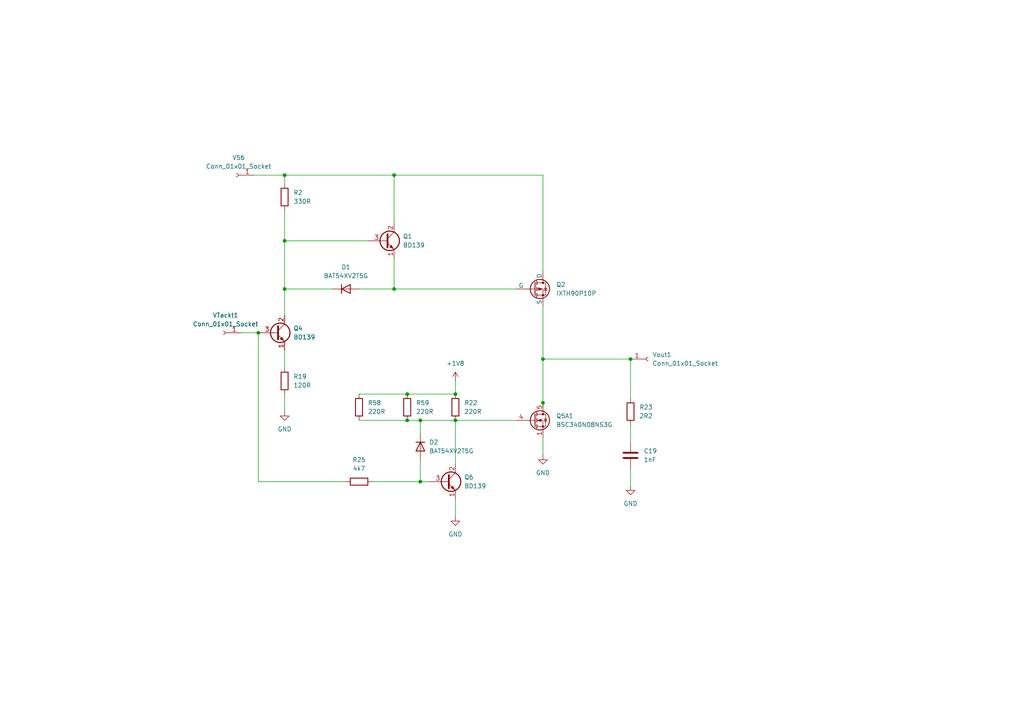
<source format=kicad_sch>
(kicad_sch (version 20230121) (generator eeschema)
  (paper "A4")
  (lib_symbols
    (symbol "Connector:Conn_01x01_Socket" (pin_names (offset 1.016) hide)
      (property "Reference" "J" (at 0 2.54 0))
      (property "Value" "Conn_01x01_Socket" (at 0 -2.54 0))
      (symbol "Conn_01x01_Socket_1_1"
        (polyline (pts (xy -1.27 0) (xy -0.508 0)) (stroke (width 0.1524)))
        (arc (start 0 0.508) (mid -0.5058 0) (end 0 -0.508) (stroke (width 0.1524)))
        (pin passive line (at -5.08 0 0) (length 3.81) (name "Pin_1") (number "1"))
      )
    )
    (symbol "Device:C" (pin_numbers hide) (pin_names (offset 0.254))
      (property "Reference" "C" (at 0.635 2.54 0))
      (property "Value" "C" (at 0.635 -2.54 0))
      (symbol "C_0_1"
        (polyline (pts (xy -2.032 -0.762) (xy 2.032 -0.762)) (stroke (width 0.508)))
        (polyline (pts (xy -2.032 0.762) (xy 2.032 0.762)) (stroke (width 0.508)))
      )
      (symbol "C_1_1"
        (pin passive line (at 0 3.81 270) (length 2.794) (name "~") (number "1"))
        (pin passive line (at 0 -3.81 90) (length 2.794) (name "~") (number "2"))
      )
    )
    (symbol "Device:R" (pin_numbers hide) (pin_names (offset 0))
      (property "Reference" "R" (at 2.032 0 90))
      (property "Value" "R" (at 0 0 90))
      (symbol "R_0_1"
        (rectangle (start -1.016 -2.54) (end 1.016 2.54) (stroke (width 0.254)))
      )
      (symbol "R_1_1"
        (pin passive line (at 0 3.81 270) (length 1.27) (name "~") (number "1"))
        (pin passive line (at 0 -3.81 90) (length 1.27) (name "~") (number "2"))
      )
    )
    (symbol "Diode:1N914" (pin_numbers hide) (pin_names hide)
      (property "Reference" "D" (at 0 2.54 0))
      (property "Value" "1N914" (at 0 -2.54 0))
      (symbol "1N914_0_1"
        (polyline (pts (xy -1.27 1.27) (xy -1.27 -1.27)) (stroke (width 0.254)))
        (polyline (pts (xy 1.27 0) (xy -1.27 0)))
        (polyline (pts (xy 1.27 1.27) (xy 1.27 -1.27) (xy -1.27 0) (xy 1.27 1.27)) (stroke (width 0.254)))
      )
      (symbol "1N914_1_1"
        (pin passive line (at -3.81 0 0) (length 2.54) (name "K") (number "1"))
        (pin passive line (at 3.81 0 180) (length 2.54) (name "A") (number "2"))
      )
    )
    (symbol "Simulation_SPICE:PMOS" (pin_numbers hide) (pin_names (offset 0))
      (property "Reference" "Q" (at 5.08 1.27 0))
      (property "Value" "PMOS" (at 5.08 -1.27 0))
      (symbol "PMOS_0_1"
        (polyline (pts (xy 0.254 0) (xy -2.54 0)))
        (polyline (pts (xy 0.254 1.905) (xy 0.254 -1.905)) (stroke (width 0.254)))
        (polyline (pts (xy 0.762 -1.27) (xy 0.762 -2.286)) (stroke (width 0.254)))
        (polyline (pts (xy 0.762 0.508) (xy 0.762 -0.508)) (stroke (width 0.254)))
        (polyline (pts (xy 0.762 2.286) (xy 0.762 1.27)) (stroke (width 0.254)))
        (polyline (pts (xy 2.54 2.54) (xy 2.54 1.778)))
        (polyline (pts (xy 2.54 -2.54) (xy 2.54 0) (xy 0.762 0)))
        (polyline (pts (xy 0.762 1.778) (xy 3.302 1.778) (xy 3.302 -1.778) (xy 0.762 -1.778)))
        (polyline (pts (xy 2.286 0) (xy 1.27 0.381) (xy 1.27 -0.381) (xy 2.286 0)) (fill (type outline)))
        (polyline (pts (xy 2.794 -0.508) (xy 2.921 -0.381) (xy 3.683 -0.381) (xy 3.81 -0.254)))
        (polyline (pts (xy 3.302 -0.381) (xy 2.921 0.254) (xy 3.683 0.254) (xy 3.302 -0.381)))
        (circle (center 1.651 0) (radius 2.794) (stroke (width 0.254)))
        (circle (center 2.54 -1.778) (radius 0.254) (fill (type outline)))
        (circle (center 2.54 1.778) (radius 0.254) (fill (type outline)))
      )
      (symbol "PMOS_1_1"
        (pin passive line (at 2.54 5.08 270) (length 2.54) (name "D") (number "1"))
        (pin input line (at -5.08 0 0) (length 2.54) (name "G") (number "2"))
        (pin passive line (at 2.54 -5.08 90) (length 2.54) (name "S") (number "3"))
      )
    )
    (symbol "Transistor_BJT:BD139" (pin_names (offset 0) hide)
      (property "Reference" "Q" (at 5.08 1.905 0))
      (property "Value" "BD139" (at 5.08 0 0))
      (symbol "BD139_0_1"
        (polyline (pts (xy 0 0) (xy 0.635 0)))
        (polyline (pts (xy 2.54 -2.54) (xy 0.635 -0.635)))
        (polyline (pts (xy 2.54 2.54) (xy 0.635 0.635)))
        (polyline (pts (xy 0.635 1.905) (xy 0.635 -1.905) (xy 0.635 -1.905)) (stroke (width 0.508)) (fill (type outline)))
        (polyline (pts (xy 1.2446 -1.778) (xy 1.7526 -1.27) (xy 2.286 -2.286) (xy 1.2446 -1.778) (xy 1.2446 -1.778)) (fill (type outline)))
        (circle (center 1.27 0) (radius 2.8194) (stroke (width 0.3048)))
      )
      (symbol "BD139_1_1"
        (pin passive line (at 2.54 -5.08 90) (length 2.54) (name "E") (number "1"))
        (pin passive line (at 2.54 5.08 270) (length 2.54) (name "C") (number "2"))
        (pin input line (at -5.08 0 0) (length 5.08) (name "B") (number "3"))
      )
    )
    (symbol "Transistor_FET:BSC340N08NS3G" (pin_names hide)
      (property "Reference" "Q" (at 5.08 1.905 0))
      (property "Value" "BSC340N08NS3G" (at 5.08 0 0))
      (symbol "BSC340N08NS3G_0_1"
        (polyline (pts (xy 0.254 0) (xy -2.54 0)))
        (polyline (pts (xy 0.254 1.905) (xy 0.254 -1.905)) (stroke (width 0.254)))
        (polyline (pts (xy 0.762 -1.27) (xy 0.762 -2.286)) (stroke (width 0.254)))
        (polyline (pts (xy 0.762 0.508) (xy 0.762 -0.508)) (stroke (width 0.254)))
        (polyline (pts (xy 0.762 2.286) (xy 0.762 1.27)) (stroke (width 0.254)))
        (polyline (pts (xy 2.54 2.54) (xy 2.54 1.778)))
        (polyline (pts (xy 2.54 -2.54) (xy 2.54 0) (xy 0.762 0)))
        (polyline (pts (xy 0.762 -1.778) (xy 3.302 -1.778) (xy 3.302 1.778) (xy 0.762 1.778)))
        (polyline (pts (xy 1.016 0) (xy 2.032 0.381) (xy 2.032 -0.381) (xy 1.016 0)) (fill (type outline)))
        (polyline (pts (xy 2.794 0.508) (xy 2.921 0.381) (xy 3.683 0.381) (xy 3.81 0.254)))
        (polyline (pts (xy 3.302 0.381) (xy 2.921 -0.254) (xy 3.683 -0.254) (xy 3.302 0.381)))
        (circle (center 1.651 0) (radius 2.794) (stroke (width 0.254)))
        (circle (center 2.54 -1.778) (radius 0.254) (fill (type outline)))
        (circle (center 2.54 1.778) (radius 0.254) (fill (type outline)))
      )
      (symbol "BSC340N08NS3G_1_1"
        (pin passive line (at 2.54 -5.08 90) (length 2.54) (name "S") (number "1"))
        (pin passive line (at 2.54 -5.08 90) (length 2.54) hide (name "S") (number "2"))
        (pin passive line (at 2.54 -5.08 90) (length 2.54) hide (name "S") (number "3"))
        (pin passive line (at -5.08 0 0) (length 2.54) (name "G") (number "4"))
        (pin passive line (at 2.54 5.08 270) (length 2.54) (name "D") (number "5"))
      )
    )
    (symbol "power:+1V8" (power) (pin_names (offset 0))
      (property "Value" "+1V8" (at 0 3.556 0))
      (symbol "+1V8_0_1"
        (polyline (pts (xy -0.762 1.27) (xy 0 2.54)))
        (polyline (pts (xy 0 0) (xy 0 2.54)))
        (polyline (pts (xy 0 2.54) (xy 0.762 1.27)))
      )
      (symbol "+1V8_1_1"
        (pin power_in line (at 0 0 90) (length 0) hide (name "+1V8") (number "1"))
      )
    )
    (symbol "power:GND" (power) (pin_names (offset 0))
      (property "Value" "GND" (at 0 -3.81 0))
      (symbol "GND_0_1"
        (polyline (pts (xy 0 0) (xy 0 -1.27) (xy 1.27 -1.27) (xy 0 -2.54) (xy -1.27 -1.27) (xy 0 -1.27)))
      )
      (symbol "GND_1_1"
        (pin power_in line (at 0 0 270) (length 0) hide (name "GND") (number "1"))
      )
    )
  )
  (junction (at 82.55 83.82))
  (junction (at 82.55 50.8))
  (junction (at 121.92 121.92))
  (junction (at 114.3 83.82))
  (junction (at 82.55 69.85))
  (junction (at 132.08 114.3))
  (junction (at 118.11 114.3))
  (junction (at 132.08 121.92))
  (junction (at 114.3 50.8))
  (junction (at 157.48 116.84))
  (junction (at 182.88 104.14))
  (junction (at 121.92 139.7))
  (junction (at 118.11 121.92))
  (junction (at 157.48 104.14))
  (junction (at 74.93 96.52))
  (wire (pts (xy 82.55 69.85) (xy 82.55 83.82)))
  (wire (pts (xy 82.55 101.6) (xy 82.55 106.68)))
  (wire (pts (xy 73.66 50.8) (xy 82.55 50.8)))
  (wire (pts (xy 132.08 110.49) (xy 132.08 114.3)))
  (wire (pts (xy 182.88 135.89) (xy 182.88 140.97)))
  (wire (pts (xy 104.14 83.82) (xy 114.3 83.82)))
  (wire (pts (xy 132.08 121.92) (xy 132.08 134.62)))
  (wire (pts (xy 121.92 125.73) (xy 121.92 121.92)))
  (wire (pts (xy 114.3 74.93) (xy 114.3 83.82)))
  (wire (pts (xy 69.85 96.52) (xy 74.93 96.52)))
  (wire (pts (xy 82.55 69.85) (xy 106.68 69.85)))
  (wire (pts (xy 157.48 127) (xy 157.48 132.08)))
  (wire (pts (xy 182.88 123.19) (xy 182.88 128.27)))
  (wire (pts (xy 118.11 114.3) (xy 132.08 114.3)))
  (wire (pts (xy 157.48 78.74) (xy 157.48 50.8)))
  (wire (pts (xy 104.14 114.3) (xy 118.11 114.3)))
  (wire (pts (xy 182.88 115.57) (xy 182.88 104.14)))
  (wire (pts (xy 157.48 104.14) (xy 182.88 104.14)))
  (wire (pts (xy 132.08 121.92) (xy 149.86 121.92)))
  (wire (pts (xy 74.93 139.7) (xy 100.33 139.7)))
  (wire (pts (xy 114.3 50.8) (xy 114.3 64.77)))
  (wire (pts (xy 149.86 83.82) (xy 114.3 83.82)))
  (wire (pts (xy 132.08 144.78) (xy 132.08 149.86)))
  (wire (pts (xy 82.55 60.96) (xy 82.55 69.85)))
  (wire (pts (xy 157.48 88.9) (xy 157.48 104.14)))
  (wire (pts (xy 104.14 121.92) (xy 118.11 121.92)))
  (wire (pts (xy 74.93 96.52) (xy 74.93 139.7)))
  (wire (pts (xy 157.48 116.84) (xy 157.48 118.11)))
  (wire (pts (xy 107.95 139.7) (xy 121.92 139.7)))
  (wire (pts (xy 82.55 53.34) (xy 82.55 50.8)))
  (wire (pts (xy 82.55 83.82) (xy 96.52 83.82)))
  (wire (pts (xy 82.55 50.8) (xy 114.3 50.8)))
  (wire (pts (xy 121.92 139.7) (xy 124.46 139.7)))
  (wire (pts (xy 121.92 121.92) (xy 132.08 121.92)))
  (wire (pts (xy 157.48 104.14) (xy 157.48 116.84)))
  (wire (pts (xy 114.3 50.8) (xy 157.48 50.8)))
  (wire (pts (xy 82.55 83.82) (xy 82.55 91.44)))
  (wire (pts (xy 118.11 121.92) (xy 121.92 121.92)))
  (wire (pts (xy 82.55 114.3) (xy 82.55 119.38)))
  (wire (pts (xy 121.92 133.35) (xy 121.92 139.7)))
  (symbol (lib_id "Transistor_FET:BSC340N08NS3G") (at 154.94 121.92 0) (unit 1)
    (property "Reference" "Q5A1" (at 161.29 120.65 0) (effects (justify left)))
    (property "Value" "BSC340N08NS3G" (at 161.29 123.19 0) (effects (justify left)))
    (property "Footprint" "Package_TO_SOT_SMD:TDSON-8-1" (effects hide))
    (property "Datasheet" "http://www.infineon.com/dgdl/Infineon-BSC340N08NS3G-DS-v02_06-en.pdf?fileId=db3a30431add1d95011ae81c21f2563a" (effects hide))
  )
  (symbol (lib_id "Device:C") (at 182.88 132.08 0) (unit 1)
    (property "Reference" "C19" (at 186.69 130.81 0) (effects (justify left)))
    (property "Value" "1nF" (at 186.69 133.35 0) (effects (justify left)))
    (property "Footprint" "Capacitor_SMD:C_0805_2012Metric" (effects hide))
  )
  (symbol (lib_id "Simulation_SPICE:PMOS") (at 154.94 83.82 0) (unit 1)
    (property "Reference" "Q2" (at 161.29 82.55 0) (effects (justify left)))
    (property "Value" "IXTH90P10P" (at 161.29 85.09 0) (effects (justify left)))
    (property "Footprint" "Package_TO_SOT_THT:TO-92_Inline" (effects hide))
    (property "Datasheet" "https://ngspice.sourceforge.io/docs/ngspice-manual.pdf" (effects hide))
    (property "Sim.Device" "PMOS" (effects hide))
    (property "Sim.Type" "VDMOS" (effects hide))
    (property "Sim.Pins" "1=D 2=G 3=S" (effects hide))
  )
  (symbol (lib_id "Device:R") (at 82.55 110.49 0) (unit 1)
    (property "Reference" "R19" (at 85.09 109.22 0) (effects (justify left)))
    (property "Value" "120R" (at 85.09 111.76 0) (effects (justify left)))
    (property "Footprint" "Resistor_SMD:R_1206_3216Metric" (effects hide))
  )
  (symbol (lib_id "Device:R") (at 132.08 118.11 0) (unit 1)
    (property "Reference" "R22" (at 134.62 116.84 0) (effects (justify left)))
    (property "Value" "220R" (at 134.62 119.38 0) (effects (justify left)))
    (property "Footprint" "Resistor_SMD:R_1210_3225Metric" (effects hide))
  )
  (symbol (lib_id "Diode:1N914") (at 100.33 83.82 0) (unit 1)
    (property "Reference" "D1" (at 100.33 77.47 0))
    (property "Value" "BAT54XV2T5G" (at 100.33 80.01 0))
    (property "Footprint" "Diode_SMD:D_SOD-523" (effects hide))
    (property "Sim.Device" "D" (effects hide))
    (property "Sim.Pins" "1=K 2=A" (effects hide))
  )
  (symbol (lib_id "Connector:Conn_01x01_Socket") (at 64.77 96.52 180) (unit 1)
    (property "Reference" "VTackt1" (at 65.405 91.44 0))
    (property "Value" "Conn_01x01_Socket" (at 65.405 93.98 0))
    (property "Footprint" "Connector_PinSocket_1.27mm:PinSocket_1x01_P1.27mm_Vertical" (effects hide))
  )
  (symbol (lib_id "power:GND") (at 82.55 119.38 0) (unit 1)
    (property "Reference" "#PWR01" (effects hide))
    (property "Value" "GND" (at 82.55 124.46 0))
  )
  (symbol (lib_id "power:+1V8") (at 132.08 110.49 0) (unit 1)
    (property "Reference" "#PWR07" (effects hide))
    (property "Value" "+1V8" (at 132.08 105.41 0))
  )
  (symbol (lib_id "Diode:1N914") (at 121.92 129.54 270) (unit 1)
    (property "Reference" "D2" (at 124.46 128.27 90) (effects (justify left)))
    (property "Value" "BAT54XV2T5G" (at 124.46 130.81 90) (effects (justify left)))
    (property "Footprint" "Diode_SMD:D_SOD-523" (effects hide))
    (property "Sim.Device" "D" (effects hide))
    (property "Sim.Pins" "1=K 2=A" (effects hide))
  )
  (symbol (lib_id "Transistor_BJT:BD139") (at 129.54 139.7 0) (unit 1)
    (property "Reference" "Q6" (at 134.62 138.43 0) (effects (justify left)))
    (property "Value" "BD139" (at 134.62 140.97 0) (effects (justify left)))
    (property "Footprint" "Package_TO_SOT_THT:TO-126-3_Vertical" (effects hide))
    (property "Datasheet" "http://www.st.com/internet/com/TECHNICAL_RESOURCES/TECHNICAL_LITERATURE/DATASHEET/CD00001225.pdf" (effects hide))
  )
  (symbol (lib_id "Connector:Conn_01x01_Socket") (at 68.58 50.8 180) (unit 1)
    (property "Reference" "V56" (at 69.215 45.72 0))
    (property "Value" "Conn_01x01_Socket" (at 69.215 48.26 0))
    (property "Footprint" "Connector_PinSocket_1.27mm:PinSocket_1x01_P1.27mm_Vertical" (effects hide))
  )
  (symbol (lib_id "power:GND") (at 132.08 149.86 0) (unit 1)
    (property "Reference" "#PWR02" (effects hide))
    (property "Value" "GND" (at 132.08 154.94 0))
  )
  (symbol (lib_id "Device:R") (at 182.88 119.38 0) (unit 1)
    (property "Reference" "R23" (at 185.42 118.11 0) (effects (justify left)))
    (property "Value" "2R2" (at 185.42 120.65 0) (effects (justify left)))
    (property "Footprint" "Resistor_SMD:R_0805_2012Metric" (effects hide))
  )
  (symbol (lib_id "Device:R") (at 82.55 57.15 0) (unit 1)
    (property "Reference" "R2" (at 85.09 55.88 0) (effects (justify left)))
    (property "Value" "330R" (at 85.09 58.42 0) (effects (justify left)))
    (property "Footprint" "Resistor_SMD:R_1210_3225Metric" (effects hide))
  )
  (symbol (lib_id "Transistor_BJT:BD139") (at 80.01 96.52 0) (unit 1)
    (property "Reference" "Q4" (at 85.09 95.25 0) (effects (justify left)))
    (property "Value" "BD139" (at 85.09 97.79 0) (effects (justify left)))
    (property "Footprint" "Package_TO_SOT_THT:TO-126-3_Vertical" (effects hide))
    (property "Datasheet" "http://www.st.com/internet/com/TECHNICAL_RESOURCES/TECHNICAL_LITERATURE/DATASHEET/CD00001225.pdf" (effects hide))
  )
  (symbol (lib_id "Transistor_BJT:BD139") (at 111.76 69.85 0) (unit 1)
    (property "Reference" "Q1" (at 116.84 68.58 0) (effects (justify left)))
    (property "Value" "BD139" (at 116.84 71.12 0) (effects (justify left)))
    (property "Footprint" "Package_TO_SOT_THT:TO-126-3_Vertical" (effects hide))
    (property "Datasheet" "http://www.st.com/internet/com/TECHNICAL_RESOURCES/TECHNICAL_LITERATURE/DATASHEET/CD00001225.pdf" (effects hide))
  )
  (symbol (lib_id "Connector:Conn_01x01_Socket") (at 187.96 104.14 0) (unit 1)
    (property "Reference" "Vout1" (at 189.23 102.87 0) (effects (justify left)))
    (property "Value" "Conn_01x01_Socket" (at 189.23 105.41 0) (effects (justify left)))
    (property "Footprint" "Connector_PinSocket_1.27mm:PinSocket_1x01_P1.27mm_Vertical" (effects hide))
  )
  (symbol (lib_id "Device:R") (at 104.14 118.11 0) (unit 1)
    (property "Reference" "R58" (at 106.68 116.84 0) (effects (justify left)))
    (property "Value" "220R" (at 106.68 119.38 0) (effects (justify left)))
    (property "Footprint" "Resistor_SMD:R_1210_3225Metric" (effects hide))
  )
  (symbol (lib_id "power:GND") (at 182.88 140.97 0) (unit 1)
    (property "Reference" "#PWR04" (effects hide))
    (property "Value" "GND" (at 182.88 146.05 0))
  )
  (symbol (lib_id "power:GND") (at 157.48 132.08 0) (unit 1)
    (property "Reference" "#PWR03" (effects hide))
    (property "Value" "GND" (at 157.48 137.16 0))
  )
  (symbol (lib_id "Device:R") (at 104.14 139.7 270) (unit 1)
    (property "Reference" "R25" (at 104.14 133.35 90))
    (property "Value" "4k7" (at 104.14 135.89 90))
    (property "Footprint" "Resistor_SMD:R_0805_2012Metric" (effects hide))
  )
  (symbol (lib_id "Device:R") (at 118.11 118.11 0) (unit 1)
    (property "Reference" "R59" (at 120.65 116.84 0) (effects (justify left)))
    (property "Value" "220R" (at 120.65 119.38 0) (effects (justify left)))
    (property "Footprint" "Resistor_SMD:R_1210_3225Metric" (effects hide))
  )
)
</source>
